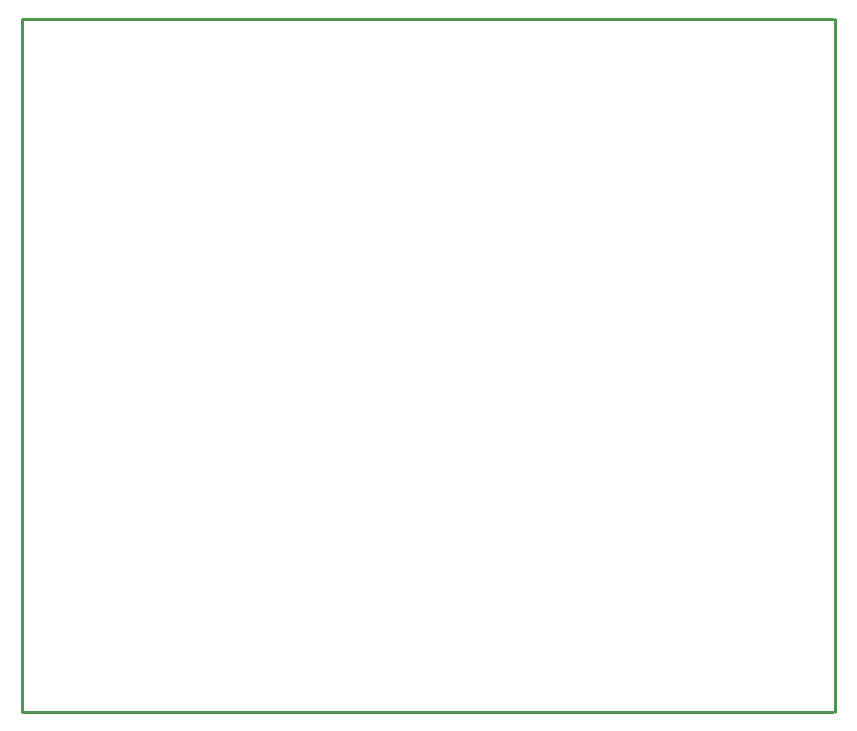
<source format=gko>
G04 Layer: BoardOutlineLayer*
G04 EasyEDA v6.5.40, 2024-07-05 22:39:17*
G04 43834020c9354f6683a6c21c991938a3,10*
G04 Gerber Generator version 0.2*
G04 Scale: 100 percent, Rotated: No, Reflected: No *
G04 Dimensions in inches *
G04 leading zeros omitted , absolute positions ,3 integer and 6 decimal *
%FSLAX36Y36*%
%MOIN*%

%ADD10C,0.0100*%
D10*
X3060000Y2705000D02*
G01*
X3060000Y395000D01*
X3055000Y395000D02*
G01*
X350000Y395000D01*
X350000Y2475000D01*
X350000Y2705000D01*
X350000Y2690000D01*
X350000Y2705000D01*
X350000Y2705000D02*
G01*
X3055000Y2705000D01*

%LPD*%
M02*

</source>
